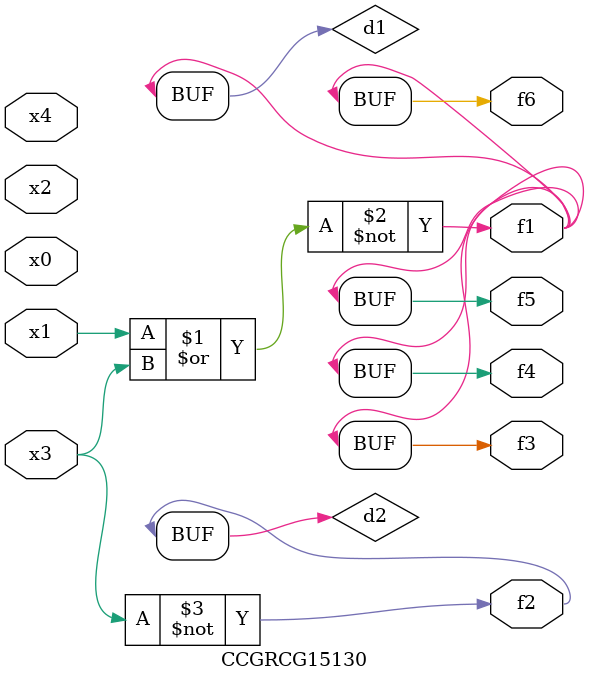
<source format=v>
module CCGRCG15130(
	input x0, x1, x2, x3, x4,
	output f1, f2, f3, f4, f5, f6
);

	wire d1, d2;

	nor (d1, x1, x3);
	not (d2, x3);
	assign f1 = d1;
	assign f2 = d2;
	assign f3 = d1;
	assign f4 = d1;
	assign f5 = d1;
	assign f6 = d1;
endmodule

</source>
